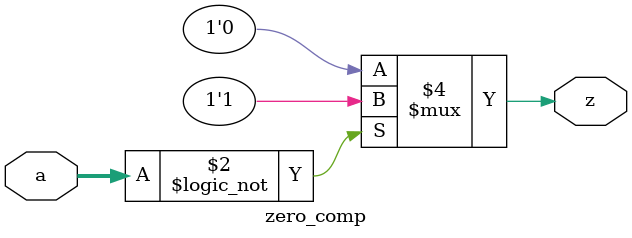
<source format=v>
`timescale 1ns / 1ps


module ALU 
(
	input [1:0] insel,
	output [7:0] alu_out,
    input [7:0] alu_in_a,
    input [7:0] alu_in_b,
	output co,
	output z
);

	wire cout;
	wire [7:0] add_sum,shift_out,and_out,xor_out;
	wire shift_out_0;
	
	// ALU_OUT_MUX modülünün örneklemesi
    alu_out_mux alu_mux_inst (
        .D0(and_out),
        .D1(xor_out),
        .D2(add_sum),
        .D3(shift_out),
        .insel(insel),
        .O(alu_out)
    );

    // CO_MUX modülünün örneklemesi
    co_mux co_mux_inst (
        .D0(1'b0),
        .D1(1'b0),
        .D2(cout),
        .D3(shift_out_0),
        .insel(insel),
        .O(co)
    );
	
	AND and_8
	(
		.a(alu_in_a),
		.b(alu_in_b),
		.r(and_out)
	);
	
	XOR xor_8
	(
		.a(alu_in_a),
		.b(alu_in_b),
		.r(xor_out)
	);
	
	ADD add_8
	(
		.x(alu_in_a),
		.y(alu_in_b),
		.cin(1'b0),
		.cout(cout),
		.sum(add_sum)
	);

	circular_shift shift8
	(
		.a(alu_in_a),
		.r(shift_out),
		.r_0(shift_out_0)
	);

	zero_comp comparator8
	(
		.a(alu_out),
		.z(z)
	);
	

endmodule



module alu_out_mux (
    input [7:0] D0,
    input [7:0] D1,
    input [7:0] D2,
    input [7:0] D3,
    input [1:0] insel, // 2-bit seçim girişi
    output reg [7:0] O      // 4-bit çıkış
);

    always @(*)
    begin
        case (insel)
            2'b00: O = D0;
            2'b01: O = D1;
            2'b10: O = D2;
            2'b11: O = D3;
            default: O = 8'b0; // Güvenlik için bir default durumu ekledik
        endcase
    end

endmodule


module co_mux (
    input D0,
    input D1,
    input D2,
    input D3,
    input [1:0] insel, // 2-bit seçim girişi
    output reg O      // 4-bit çıkış
);

    always @(*)
    begin
        case (insel)
            2'b00: O = D0;
            2'b01: O = D1;
            2'b10: O = D2;
            2'b11: O = D3;
            default: O = 0; // Güvenlik için bir default durumu ekledik
        endcase
    end

endmodule


module circular_shift
(
	input [7:0] a ,
	output [7:0] r,
	output r_0
);

	assign r = {a[6:0],a[7]};
	assign r_0 = r[0]; 

endmodule 

module XOR(
    input [7:0] a,
    input [7:0] b,
    output [7:0] r);
    
    assign r = a ^ b;
endmodule

module AND(
    input [7:0] a,
    input [7:0] b,
    output [7:0] r
    );
    assign r = a & b;
endmodule


module ADD
(
	input [7:0] x,
	input [7:0] y,
	input cin,
	output cout,
	output [7:0] sum
);
	wire [8:0] cout_gen;
	
	assign cout_gen[0] = cin;
	
	genvar i;
	generate
		for(i = 0; i<8; i = i+1) begin : gen_full_adder
			FA gen_full
			(
				x[i],
				y[i],
				cout_gen[i],
				cout_gen[i+1],
				sum[i]
		    );
		end 	
	endgenerate
	assign cout = cout_gen[8];
	
endmodule	


module HA
(
	input x,
	input y,
	output cout,
	output sum
);
	reg sum_reg,cout_reg;
	
	always@(x,y) begin
		{cout_reg,sum_reg} = x + y;
	end

	assign sum = sum_reg;
	assign cout = cout_reg;
	
endmodule 


module FA
(
	input x,
	input y,
	input cin,
	output cout,
	output sum
);
	wire ha1_sum, ha1_cout, ha2_cout;
	
	HA half1
	(
	  .x(x),
	  .y(y),
	  .sum(ha1_sum),
	  .cout(ha1_cout)
	);

	HA half2
	(
		.x(ha1_sum),
		.y(cin),
		.sum(sum),
		.cout(ha2_cout)
	);
	
	OR or1
	(
	.l1(ha1_cout),
	.l2(ha2_cout),
	.O(cout)
	);

endmodule 


module OR
(
	input l1,
	input l2,
	output O
);

	assign O = l1 | l2;
	
endmodule	


module zero_comp
(
	input [7:0] a,
	output reg z
);
	always @(*) begin
		if (a == 8'b0) begin
			z <= 1;
		end
		else begin 
			z <= 0;
		end
	end
endmodule	
	
	
</source>
